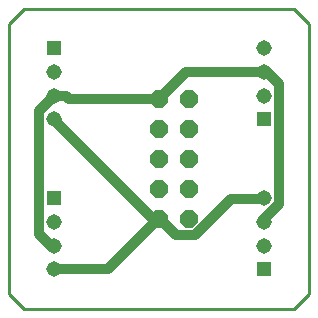
<source format=gtl>
G75*
%MOIN*%
%OFA0B0*%
%FSLAX25Y25*%
%IPPOS*%
%LPD*%
%AMOC8*
5,1,8,0,0,1.08239X$1,22.5*
%
%ADD10C,0.01000*%
%ADD11R,0.05150X0.05150*%
%ADD12C,0.05150*%
%ADD13OC8,0.06000*%
%ADD14C,0.03200*%
D10*
X0003000Y0006500D02*
X0008000Y0001500D01*
X0098000Y0001500D01*
X0103000Y0006500D01*
X0103000Y0096500D01*
X0098000Y0101500D01*
X0008000Y0101500D01*
X0003000Y0096500D01*
X0003000Y0006500D01*
D11*
X0018000Y0038311D03*
X0018000Y0088311D03*
X0088000Y0064689D03*
X0088000Y0014689D03*
D12*
X0088000Y0022563D03*
X0088000Y0030437D03*
X0088000Y0038311D03*
X0088000Y0072563D03*
X0088000Y0080437D03*
X0088000Y0088311D03*
X0018000Y0080437D03*
X0018000Y0072563D03*
X0018000Y0064689D03*
X0018000Y0030437D03*
X0018000Y0022563D03*
X0018000Y0014689D03*
D13*
X0053000Y0031500D03*
X0063000Y0031500D03*
X0063000Y0041500D03*
X0053000Y0041500D03*
X0053000Y0051500D03*
X0053000Y0061500D03*
X0063000Y0061500D03*
X0063000Y0051500D03*
X0063000Y0071500D03*
X0053000Y0071500D03*
D14*
X0023000Y0071500D01*
X0021937Y0072563D01*
X0018000Y0072563D01*
X0013000Y0067563D01*
X0013000Y0026500D01*
X0016937Y0022563D01*
X0018000Y0022563D01*
X0018000Y0014700D02*
X0018000Y0014689D01*
X0018000Y0014700D02*
X0036000Y0014700D01*
X0052800Y0031500D01*
X0053000Y0031500D01*
X0054300Y0030600D01*
X0058800Y0026100D01*
X0065100Y0026100D01*
X0077100Y0038100D01*
X0087900Y0038100D01*
X0088000Y0038311D01*
X0093000Y0036500D02*
X0088000Y0031500D01*
X0088000Y0030437D01*
X0093000Y0036500D02*
X0093000Y0076500D01*
X0089063Y0080437D01*
X0088000Y0080437D01*
X0061937Y0080437D01*
X0053000Y0071500D01*
X0018000Y0064689D02*
X0018000Y0064500D01*
X0051000Y0031500D01*
X0053000Y0031500D01*
M02*

</source>
